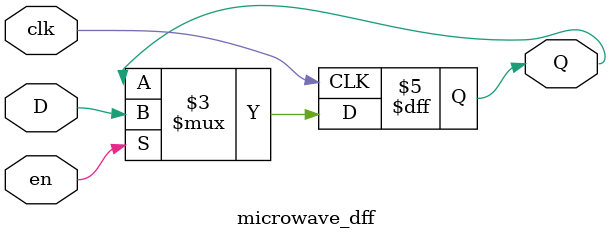
<source format=v>
`timescale 1ns / 1ps

module microwave_dff (
    input clk,
    input en,
    input D,
    output reg Q
);  

  always @(posedge clk)
  begin 
  if (en == 1) // slow clock enable signal 
    Q <= D;
  end 
endmodule
</source>
